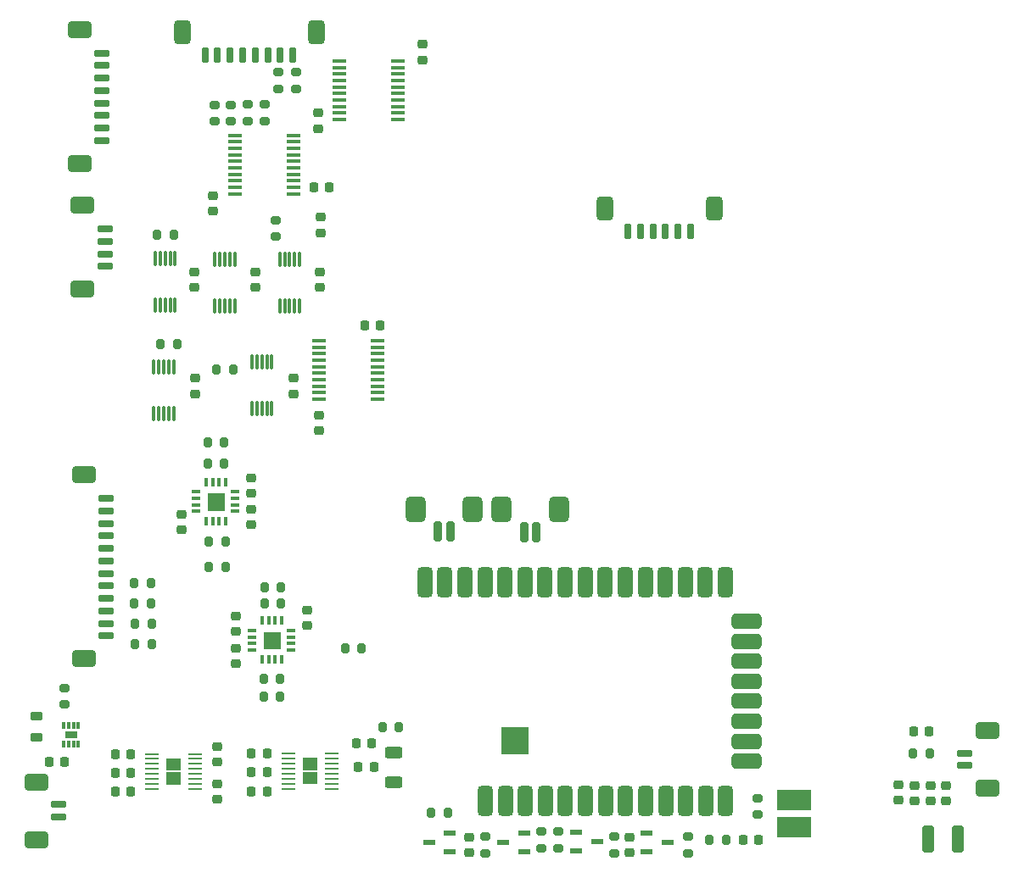
<source format=gbr>
%TF.GenerationSoftware,KiCad,Pcbnew,7.0.6*%
%TF.CreationDate,2024-05-03T22:58:32-04:00*%
%TF.ProjectId,mainbox_baclup,6d61696e-626f-4785-9f62-61636c75702e,rev?*%
%TF.SameCoordinates,Original*%
%TF.FileFunction,Paste,Top*%
%TF.FilePolarity,Positive*%
%FSLAX46Y46*%
G04 Gerber Fmt 4.6, Leading zero omitted, Abs format (unit mm)*
G04 Created by KiCad (PCBNEW 7.0.6) date 2024-05-03 22:58:32*
%MOMM*%
%LPD*%
G01*
G04 APERTURE LIST*
G04 Aperture macros list*
%AMRoundRect*
0 Rectangle with rounded corners*
0 $1 Rounding radius*
0 $2 $3 $4 $5 $6 $7 $8 $9 X,Y pos of 4 corners*
0 Add a 4 corners polygon primitive as box body*
4,1,4,$2,$3,$4,$5,$6,$7,$8,$9,$2,$3,0*
0 Add four circle primitives for the rounded corners*
1,1,$1+$1,$2,$3*
1,1,$1+$1,$4,$5*
1,1,$1+$1,$6,$7*
1,1,$1+$1,$8,$9*
0 Add four rect primitives between the rounded corners*
20,1,$1+$1,$2,$3,$4,$5,0*
20,1,$1+$1,$4,$5,$6,$7,0*
20,1,$1+$1,$6,$7,$8,$9,0*
20,1,$1+$1,$8,$9,$2,$3,0*%
G04 Aperture macros list end*
%ADD10C,0.010000*%
%ADD11RoundRect,0.425000X0.775000X-0.425000X0.775000X0.425000X-0.775000X0.425000X-0.775000X-0.425000X0*%
%ADD12RoundRect,0.150000X0.650000X-0.150000X0.650000X0.150000X-0.650000X0.150000X-0.650000X-0.150000X0*%
%ADD13RoundRect,0.200000X0.200000X0.275000X-0.200000X0.275000X-0.200000X-0.275000X0.200000X-0.275000X0*%
%ADD14RoundRect,0.200000X-0.275000X0.200000X-0.275000X-0.200000X0.275000X-0.200000X0.275000X0.200000X0*%
%ADD15RoundRect,0.200000X-0.200000X-0.275000X0.200000X-0.275000X0.200000X0.275000X-0.200000X0.275000X0*%
%ADD16R,1.250000X0.600000*%
%ADD17RoundRect,0.225000X-0.250000X0.225000X-0.250000X-0.225000X0.250000X-0.225000X0.250000X0.225000X0*%
%ADD18RoundRect,0.200000X0.275000X-0.200000X0.275000X0.200000X-0.275000X0.200000X-0.275000X-0.200000X0*%
%ADD19O,0.299999X1.549999*%
%ADD20RoundRect,0.225000X0.250000X-0.225000X0.250000X0.225000X-0.250000X0.225000X-0.250000X-0.225000X0*%
%ADD21RoundRect,0.218750X-0.218750X-0.256250X0.218750X-0.256250X0.218750X0.256250X-0.218750X0.256250X0*%
%ADD22RoundRect,0.500000X-0.500000X-0.800000X0.500000X-0.800000X0.500000X0.800000X-0.500000X0.800000X0*%
%ADD23RoundRect,0.200000X-0.200000X-0.800000X0.200000X-0.800000X0.200000X0.800000X-0.200000X0.800000X0*%
%ADD24RoundRect,0.380000X0.380000X-1.120000X0.380000X1.120000X-0.380000X1.120000X-0.380000X-1.120000X0*%
%ADD25RoundRect,0.380000X1.120000X0.380000X-1.120000X0.380000X-1.120000X-0.380000X1.120000X-0.380000X0*%
%ADD26RoundRect,0.100000X1.295000X-1.295000X1.295000X1.295000X-1.295000X1.295000X-1.295000X-1.295000X0*%
%ADD27RoundRect,0.225000X0.225000X0.250000X-0.225000X0.250000X-0.225000X-0.250000X0.225000X-0.250000X0*%
%ADD28RoundRect,0.425000X-0.425000X-0.775000X0.425000X-0.775000X0.425000X0.775000X-0.425000X0.775000X0*%
%ADD29RoundRect,0.150000X-0.150000X-0.650000X0.150000X-0.650000X0.150000X0.650000X-0.150000X0.650000X0*%
%ADD30R,1.397000X0.279400*%
%ADD31RoundRect,0.218750X0.218750X0.256250X-0.218750X0.256250X-0.218750X-0.256250X0.218750X-0.256250X0*%
%ADD32RoundRect,0.250000X-0.625000X0.312500X-0.625000X-0.312500X0.625000X-0.312500X0.625000X0.312500X0*%
%ADD33RoundRect,0.012800X-0.147200X0.407200X-0.147200X-0.407200X0.147200X-0.407200X0.147200X0.407200X0*%
%ADD34RoundRect,0.012800X-0.407200X-0.147200X0.407200X-0.147200X0.407200X0.147200X-0.407200X0.147200X0*%
%ADD35R,1.475000X0.450000*%
%ADD36RoundRect,0.225000X-0.225000X-0.250000X0.225000X-0.250000X0.225000X0.250000X-0.225000X0.250000X0*%
%ADD37R,3.500000X2.000000*%
%ADD38R,0.300000X0.800000*%
%ADD39R,1.300000X0.700000*%
%ADD40RoundRect,0.250000X-0.325000X-1.100000X0.325000X-1.100000X0.325000X1.100000X-0.325000X1.100000X0*%
%ADD41RoundRect,0.012800X0.147200X-0.407200X0.147200X0.407200X-0.147200X0.407200X-0.147200X-0.407200X0*%
%ADD42RoundRect,0.012800X0.407200X0.147200X-0.407200X0.147200X-0.407200X-0.147200X0.407200X-0.147200X0*%
%ADD43RoundRect,0.218750X0.381250X-0.218750X0.381250X0.218750X-0.381250X0.218750X-0.381250X-0.218750X0*%
%ADD44RoundRect,0.425000X-0.775000X0.425000X-0.775000X-0.425000X0.775000X-0.425000X0.775000X0.425000X0*%
%ADD45RoundRect,0.150000X-0.650000X0.150000X-0.650000X-0.150000X0.650000X-0.150000X0.650000X0.150000X0*%
G04 APERTURE END LIST*
%TO.C,U3*%
G36*
X154649500Y-124106000D02*
G01*
X153198500Y-124106000D01*
X153198500Y-122883600D01*
X154649500Y-122883600D01*
X154649500Y-124106000D01*
G37*
G36*
X154649500Y-125528400D02*
G01*
X153198500Y-125528400D01*
X153198500Y-124306000D01*
X154649500Y-124306000D01*
X154649500Y-125528400D01*
G37*
%TO.C,U6*%
D10*
X150934000Y-111945000D02*
X149294000Y-111945000D01*
X149294000Y-110305000D01*
X150934000Y-110305000D01*
X150934000Y-111945000D01*
G36*
X150934000Y-111945000D02*
G01*
X149294000Y-111945000D01*
X149294000Y-110305000D01*
X150934000Y-110305000D01*
X150934000Y-111945000D01*
G37*
%TO.C,U1*%
X145346000Y-98102000D02*
X143706000Y-98102000D01*
X143706000Y-96462000D01*
X145346000Y-96462000D01*
X145346000Y-98102000D01*
G36*
X145346000Y-98102000D02*
G01*
X143706000Y-98102000D01*
X143706000Y-96462000D01*
X145346000Y-96462000D01*
X145346000Y-98102000D01*
G37*
%TO.C,U8*%
G36*
X141035100Y-124133998D02*
G01*
X139584100Y-124133998D01*
X139584100Y-122911598D01*
X141035100Y-122911598D01*
X141035100Y-124133998D01*
G37*
G36*
X141035100Y-125556398D02*
G01*
X139584100Y-125556398D01*
X139584100Y-124333998D01*
X141035100Y-124333998D01*
X141035100Y-125556398D01*
G37*
%TD*%
D11*
%TO.C,J7*%
X130907500Y-63478500D03*
X130907500Y-50128500D03*
D12*
X133157500Y-52478500D03*
X133157500Y-53728500D03*
X133157500Y-54978500D03*
X133157500Y-56228500D03*
X133157500Y-57478500D03*
X133157500Y-58728500D03*
X133157500Y-59978500D03*
X133157500Y-61228500D03*
%TD*%
D13*
%TO.C,R27*%
X151026000Y-107483000D03*
X149376000Y-107483000D03*
%TD*%
D14*
%TO.C,R18*%
X198628000Y-126898400D03*
X198628000Y-128548400D03*
%TD*%
D15*
%TO.C,R26*%
X136399000Y-105417000D03*
X138049000Y-105417000D03*
%TD*%
D16*
%TO.C,IC4*%
X175294000Y-132273000D03*
X175294000Y-130363000D03*
X173194000Y-131318000D03*
%TD*%
D17*
%TO.C,C34*%
X146518000Y-111928000D03*
X146518000Y-113478000D03*
%TD*%
D15*
%TO.C,R5*%
X149290000Y-116754000D03*
X150940000Y-116754000D03*
%TD*%
D13*
%TO.C,R1*%
X145351000Y-93513000D03*
X143701000Y-93513000D03*
%TD*%
D18*
%TO.C,R30*%
X146050000Y-59295800D03*
X146050000Y-57645800D03*
%TD*%
D15*
%TO.C,R21*%
X143828000Y-101260000D03*
X145478000Y-101260000D03*
%TD*%
D17*
%TO.C,C8*%
X169799000Y-130797000D03*
X169799000Y-132347000D03*
%TD*%
D19*
%TO.C,U2*%
X138318999Y-88519000D03*
X138818998Y-88519000D03*
X139319000Y-88519000D03*
X139818999Y-88519000D03*
X140319001Y-88519000D03*
X140319001Y-83868999D03*
X139818999Y-83868999D03*
X139319000Y-83868999D03*
X138818998Y-83868999D03*
X138318999Y-83868999D03*
%TD*%
D13*
%TO.C,R34*%
X146226800Y-84124800D03*
X144576800Y-84124800D03*
%TD*%
D11*
%TO.C,J20*%
X131354000Y-112961000D03*
X131354000Y-94611000D03*
D12*
X133604000Y-96961000D03*
X133604000Y-98211000D03*
X133604000Y-99461000D03*
X133604000Y-100711000D03*
X133604000Y-101961000D03*
X133604000Y-103211000D03*
X133604000Y-104461000D03*
X133604000Y-105711000D03*
X133604000Y-106961000D03*
X133604000Y-108211000D03*
X133604000Y-109461000D03*
X133604000Y-110711000D03*
%TD*%
D15*
%TO.C,R10*%
X166024000Y-128397000D03*
X167674000Y-128397000D03*
%TD*%
D20*
%TO.C,C35*%
X153630000Y-109655000D03*
X153630000Y-108105000D03*
%TD*%
%TO.C,C36*%
X146518000Y-110290000D03*
X146518000Y-108740000D03*
%TD*%
D15*
%TO.C,R17*%
X161125400Y-119786400D03*
X162775400Y-119786400D03*
%TD*%
%TO.C,R23*%
X136399000Y-107449000D03*
X138049000Y-107449000D03*
%TD*%
D21*
%TO.C,D2*%
X214147300Y-120243600D03*
X215722300Y-120243600D03*
%TD*%
D19*
%TO.C,U7*%
X148113998Y-88011000D03*
X148613997Y-88011000D03*
X149113999Y-88011000D03*
X149613998Y-88011000D03*
X150114000Y-88011000D03*
X150114000Y-83360999D03*
X149613998Y-83360999D03*
X149113999Y-83360999D03*
X148613997Y-83360999D03*
X148113998Y-83360999D03*
%TD*%
D14*
%TO.C,R8*%
X171450000Y-130747000D03*
X171450000Y-132397000D03*
%TD*%
%TO.C,R3*%
X150520400Y-69165200D03*
X150520400Y-70815200D03*
%TD*%
D20*
%TO.C,C40*%
X165150800Y-53149800D03*
X165150800Y-51599800D03*
%TD*%
D22*
%TO.C,J12*%
X173030000Y-98080000D03*
X178780000Y-98080000D03*
D23*
X176530000Y-100330000D03*
X175280000Y-100330000D03*
%TD*%
D24*
%TO.C,IC8*%
X171404000Y-127184000D03*
X173404000Y-127184000D03*
X175404000Y-127184000D03*
X177404000Y-127184000D03*
X179404000Y-127184000D03*
X181404000Y-127184000D03*
X183404000Y-127184000D03*
X185404000Y-127184000D03*
X187404000Y-127184000D03*
X189404000Y-127184000D03*
X191404000Y-127184000D03*
X193404000Y-127184000D03*
X195404000Y-127184000D03*
D25*
X197484000Y-123224000D03*
X197484000Y-121224000D03*
X197484000Y-119224000D03*
X197484000Y-117224000D03*
X197484000Y-115224000D03*
X197484000Y-113224000D03*
X197484000Y-111224000D03*
X197484000Y-109224000D03*
D24*
X195374000Y-105324000D03*
X193374000Y-105324000D03*
X191374000Y-105324000D03*
X189374000Y-105324000D03*
X187374000Y-105324000D03*
X185374000Y-105324000D03*
X183374000Y-105324000D03*
X181374000Y-105324000D03*
X179374000Y-105324000D03*
X177374000Y-105324000D03*
X175374000Y-105324000D03*
X173374000Y-105324000D03*
X171374000Y-105324000D03*
X169374000Y-105324000D03*
X167374000Y-105324000D03*
X165374000Y-105324000D03*
D26*
X174369000Y-121129000D03*
%TD*%
D18*
%TO.C,R31*%
X147726400Y-59257200D03*
X147726400Y-57607200D03*
%TD*%
D27*
%TO.C,C43*%
X136030000Y-122555000D03*
X134480000Y-122555000D03*
%TD*%
%TO.C,C39*%
X149619000Y-124314000D03*
X148069000Y-124314000D03*
%TD*%
D20*
%TO.C,C25*%
X214223600Y-127178400D03*
X214223600Y-125628400D03*
%TD*%
D27*
%TO.C,C9*%
X160947400Y-79705200D03*
X159397400Y-79705200D03*
%TD*%
D13*
%TO.C,R12*%
X215773000Y-122428000D03*
X214123000Y-122428000D03*
%TD*%
%TO.C,R20*%
X145351000Y-91379400D03*
X143701000Y-91379400D03*
%TD*%
D16*
%TO.C,IC5*%
X167894000Y-132273000D03*
X167894000Y-130363000D03*
X165794000Y-131318000D03*
%TD*%
D20*
%TO.C,C28*%
X148082000Y-96460000D03*
X148082000Y-94910000D03*
%TD*%
D17*
%TO.C,C46*%
X144653000Y-125463000D03*
X144653000Y-127013000D03*
%TD*%
D28*
%TO.C,J15*%
X183384500Y-68042500D03*
X194234500Y-68042500D03*
D29*
X191884500Y-70292500D03*
X190634500Y-70292500D03*
X189384500Y-70292500D03*
X188134500Y-70292500D03*
X186884500Y-70292500D03*
X185634500Y-70292500D03*
%TD*%
D14*
%TO.C,R14*%
X178689000Y-130239000D03*
X178689000Y-131889000D03*
%TD*%
D19*
%TO.C,U4*%
X138461998Y-77675001D03*
X138961997Y-77675001D03*
X139461999Y-77675001D03*
X139961998Y-77675001D03*
X140462000Y-77675001D03*
X140462000Y-73025000D03*
X139961998Y-73025000D03*
X139461999Y-73025000D03*
X138961997Y-73025000D03*
X138461998Y-73025000D03*
%TD*%
D15*
%TO.C,R2*%
X143828000Y-103800000D03*
X145478000Y-103800000D03*
%TD*%
D28*
%TO.C,J10*%
X141194700Y-50414900D03*
X154544700Y-50414900D03*
D29*
X152194700Y-52664900D03*
X150944700Y-52664900D03*
X149694700Y-52664900D03*
X148444700Y-52664900D03*
X147194700Y-52664900D03*
X145944700Y-52664900D03*
X144694700Y-52664900D03*
X143444700Y-52664900D03*
%TD*%
D30*
%TO.C,U3*%
X151739600Y-122455998D03*
X151739600Y-122956000D03*
X151739600Y-123455999D03*
X151739600Y-123956000D03*
X151739600Y-124456000D03*
X151739600Y-124955998D03*
X151739600Y-125456000D03*
X151739600Y-125955999D03*
X156108400Y-125956002D03*
X156108400Y-125456000D03*
X156108400Y-124956001D03*
X156108400Y-124456000D03*
X156108400Y-123956000D03*
X156108400Y-123456002D03*
X156108400Y-122956000D03*
X156108400Y-122456001D03*
%TD*%
D31*
%TO.C,D4*%
X198704300Y-131064000D03*
X197129300Y-131064000D03*
%TD*%
D32*
%TO.C,R11*%
X162255200Y-122387900D03*
X162255200Y-125312900D03*
%TD*%
D14*
%TO.C,R9*%
X177038000Y-130239000D03*
X177038000Y-131889000D03*
%TD*%
D15*
%TO.C,R22*%
X149313000Y-114976000D03*
X150963000Y-114976000D03*
%TD*%
D18*
%TO.C,R32*%
X149402800Y-59245000D03*
X149402800Y-57595000D03*
%TD*%
D20*
%TO.C,C47*%
X144653000Y-123330000D03*
X144653000Y-121780000D03*
%TD*%
D16*
%TO.C,IC6*%
X180467000Y-130297000D03*
X180467000Y-132207000D03*
X182567000Y-131252000D03*
%TD*%
D27*
%TO.C,C44*%
X136030000Y-124388996D03*
X134480000Y-124388996D03*
%TD*%
D33*
%TO.C,U6*%
X151089000Y-109180000D03*
X150439000Y-109180000D03*
X149789000Y-109180000D03*
X149139000Y-109180000D03*
D34*
X148169000Y-110150000D03*
X148169000Y-110800000D03*
X148169000Y-111450000D03*
X148169000Y-112100000D03*
D33*
X149139000Y-113070000D03*
X149789000Y-113070000D03*
X150439000Y-113070000D03*
X151089000Y-113070000D03*
D34*
X152059000Y-112100000D03*
X152059000Y-111450000D03*
X152059000Y-110800000D03*
X152059000Y-110150000D03*
%TD*%
D17*
%TO.C,C51*%
X154736800Y-58457800D03*
X154736800Y-60007800D03*
%TD*%
D20*
%TO.C,C6*%
X154940000Y-75908200D03*
X154940000Y-74358200D03*
%TD*%
%TO.C,C29*%
X217389400Y-127178400D03*
X217389400Y-125628400D03*
%TD*%
D17*
%TO.C,C32*%
X148082000Y-98072000D03*
X148082000Y-99622000D03*
%TD*%
D35*
%TO.C,IC9*%
X160672000Y-87049800D03*
X160672000Y-86399800D03*
X160672000Y-85749800D03*
X160672000Y-85099800D03*
X160672000Y-84449800D03*
X160672000Y-83799800D03*
X160672000Y-83149800D03*
X160672000Y-82499800D03*
X160672000Y-81849800D03*
X160672000Y-81199800D03*
X154796000Y-81199800D03*
X154796000Y-81849800D03*
X154796000Y-82499800D03*
X154796000Y-83149800D03*
X154796000Y-83799800D03*
X154796000Y-84449800D03*
X154796000Y-85099800D03*
X154796000Y-85749800D03*
X154796000Y-86399800D03*
X154796000Y-87049800D03*
%TD*%
D20*
%TO.C,C27*%
X215849200Y-127178400D03*
X215849200Y-125628400D03*
%TD*%
D11*
%TO.C,J21*%
X126614900Y-131056700D03*
X126614900Y-125306700D03*
D12*
X128864900Y-127556700D03*
X128864900Y-128806700D03*
%TD*%
D36*
%TO.C,C63*%
X127876000Y-123317000D03*
X129426000Y-123317000D03*
%TD*%
D27*
%TO.C,C42*%
X149619000Y-126238000D03*
X148069000Y-126238000D03*
%TD*%
D19*
%TO.C,U10*%
X150891999Y-77762999D03*
X151391998Y-77762999D03*
X151892000Y-77762999D03*
X152391999Y-77762999D03*
X152892001Y-77762999D03*
X152892001Y-73112998D03*
X152391999Y-73112998D03*
X151892000Y-73112998D03*
X151391998Y-73112998D03*
X150891999Y-73112998D03*
%TD*%
D14*
%TO.C,R37*%
X152501600Y-54394600D03*
X152501600Y-56044600D03*
%TD*%
D17*
%TO.C,C30*%
X141097000Y-98580000D03*
X141097000Y-100130000D03*
%TD*%
D36*
%TO.C,C41*%
X158737000Y-123825000D03*
X160287000Y-123825000D03*
%TD*%
D37*
%TO.C,L2*%
X202234800Y-129823200D03*
X202234800Y-127123200D03*
%TD*%
D17*
%TO.C,C37*%
X144272000Y-66700400D03*
X144272000Y-68250400D03*
%TD*%
D13*
%TO.C,R28*%
X151027000Y-105832000D03*
X149377000Y-105832000D03*
%TD*%
D21*
%TO.C,D3*%
X158521300Y-121412000D03*
X160096300Y-121412000D03*
%TD*%
D13*
%TO.C,R25*%
X138112000Y-109481000D03*
X136462000Y-109481000D03*
%TD*%
%TO.C,R19*%
X195439800Y-131064000D03*
X193789800Y-131064000D03*
%TD*%
D38*
%TO.C,IC3*%
X129310000Y-121534000D03*
X129810000Y-121534000D03*
X130310000Y-121534000D03*
X130810000Y-121534000D03*
X130810000Y-119634000D03*
X130310000Y-119634000D03*
X129810000Y-119634000D03*
X129310000Y-119634000D03*
D39*
X130060000Y-120584000D03*
%TD*%
D18*
%TO.C,R7*%
X129413000Y-117538000D03*
X129413000Y-115888000D03*
%TD*%
D40*
%TO.C,C3*%
X215593400Y-130962400D03*
X218543400Y-130962400D03*
%TD*%
D16*
%TO.C,IC7*%
X187511000Y-130363000D03*
X187511000Y-132273000D03*
X189611000Y-131318000D03*
%TD*%
D18*
%TO.C,R29*%
X144373600Y-59295800D03*
X144373600Y-57645800D03*
%TD*%
%TO.C,R15*%
X191643000Y-132397000D03*
X191643000Y-130747000D03*
%TD*%
D15*
%TO.C,R33*%
X139015200Y-81584800D03*
X140665200Y-81584800D03*
%TD*%
D11*
%TO.C,J1*%
X131191000Y-76041000D03*
X131191000Y-67691000D03*
D12*
X133441000Y-70041000D03*
X133441000Y-71291000D03*
X133441000Y-72541000D03*
X133441000Y-73791000D03*
%TD*%
D20*
%TO.C,C1*%
X142494000Y-86525400D03*
X142494000Y-84975400D03*
%TD*%
D27*
%TO.C,C38*%
X149619000Y-122428000D03*
X148069000Y-122428000D03*
%TD*%
D20*
%TO.C,C2*%
X152298400Y-86525400D03*
X152298400Y-84975400D03*
%TD*%
D17*
%TO.C,C7*%
X154787600Y-88620000D03*
X154787600Y-90170000D03*
%TD*%
D41*
%TO.C,U1*%
X143551000Y-99227000D03*
X144201000Y-99227000D03*
X144851000Y-99227000D03*
X145501000Y-99227000D03*
D42*
X146471000Y-98257000D03*
X146471000Y-97607000D03*
X146471000Y-96957000D03*
X146471000Y-96307000D03*
D41*
X145501000Y-95337000D03*
X144851000Y-95337000D03*
X144201000Y-95337000D03*
X143551000Y-95337000D03*
D42*
X142581000Y-96307000D03*
X142581000Y-96957000D03*
X142581000Y-97607000D03*
X142581000Y-98257000D03*
%TD*%
D20*
%TO.C,C4*%
X142392400Y-75908200D03*
X142392400Y-74358200D03*
%TD*%
D35*
%TO.C,IC1*%
X162704000Y-59109800D03*
X162704000Y-58459800D03*
X162704000Y-57809800D03*
X162704000Y-57159800D03*
X162704000Y-56509800D03*
X162704000Y-55859800D03*
X162704000Y-55209800D03*
X162704000Y-54559800D03*
X162704000Y-53909800D03*
X162704000Y-53259800D03*
X156828000Y-53259800D03*
X156828000Y-53909800D03*
X156828000Y-54559800D03*
X156828000Y-55209800D03*
X156828000Y-55859800D03*
X156828000Y-56509800D03*
X156828000Y-57159800D03*
X156828000Y-57809800D03*
X156828000Y-58459800D03*
X156828000Y-59109800D03*
%TD*%
D27*
%TO.C,C45*%
X136030000Y-126238000D03*
X134480000Y-126238000D03*
%TD*%
D20*
%TO.C,C10*%
X185801000Y-132347000D03*
X185801000Y-130797000D03*
%TD*%
D14*
%TO.C,R38*%
X150774400Y-54394600D03*
X150774400Y-56044600D03*
%TD*%
D20*
%TO.C,C5*%
X148488400Y-75908200D03*
X148488400Y-74358200D03*
%TD*%
D36*
%TO.C,C15*%
X154292000Y-65913000D03*
X155842000Y-65913000D03*
%TD*%
D35*
%TO.C,IC2*%
X152273000Y-66548000D03*
X152273000Y-65898000D03*
X152273000Y-65248000D03*
X152273000Y-64598000D03*
X152273000Y-63948000D03*
X152273000Y-63298000D03*
X152273000Y-62648000D03*
X152273000Y-61998000D03*
X152273000Y-61348000D03*
X152273000Y-60698000D03*
X146397000Y-60698000D03*
X146397000Y-61348000D03*
X146397000Y-61998000D03*
X146397000Y-62648000D03*
X146397000Y-63298000D03*
X146397000Y-63948000D03*
X146397000Y-64598000D03*
X146397000Y-65248000D03*
X146397000Y-65898000D03*
X146397000Y-66548000D03*
%TD*%
D43*
%TO.C,L1*%
X126619000Y-120823500D03*
X126619000Y-118698500D03*
%TD*%
D18*
%TO.C,R13*%
X184277000Y-132397000D03*
X184277000Y-130747000D03*
%TD*%
D15*
%TO.C,R16*%
X157417000Y-111963200D03*
X159067000Y-111963200D03*
%TD*%
D44*
%TO.C,J3*%
X221517500Y-120149300D03*
X221517500Y-125899300D03*
D45*
X219267500Y-123649300D03*
X219267500Y-122399300D03*
%TD*%
D22*
%TO.C,J13*%
X164430000Y-98044000D03*
X170180000Y-98044000D03*
D23*
X167930000Y-100294000D03*
X166680000Y-100294000D03*
%TD*%
D20*
%TO.C,C17*%
X212648800Y-127127600D03*
X212648800Y-125577600D03*
%TD*%
D13*
%TO.C,R36*%
X140334000Y-70612000D03*
X138684000Y-70612000D03*
%TD*%
D30*
%TO.C,U8*%
X138125200Y-122483996D03*
X138125200Y-122983998D03*
X138125200Y-123483997D03*
X138125200Y-123983998D03*
X138125200Y-124483998D03*
X138125200Y-124983996D03*
X138125200Y-125483998D03*
X138125200Y-125983997D03*
X142494000Y-125984000D03*
X142494000Y-125483998D03*
X142494000Y-124983999D03*
X142494000Y-124483998D03*
X142494000Y-123983998D03*
X142494000Y-123484000D03*
X142494000Y-122983998D03*
X142494000Y-122483999D03*
%TD*%
D17*
%TO.C,C26*%
X154990800Y-68871800D03*
X154990800Y-70421800D03*
%TD*%
D15*
%TO.C,R24*%
X136462000Y-111513000D03*
X138112000Y-111513000D03*
%TD*%
D19*
%TO.C,U9*%
X144414999Y-77724000D03*
X144914998Y-77724000D03*
X145415000Y-77724000D03*
X145914999Y-77724000D03*
X146415001Y-77724000D03*
X146415001Y-73073999D03*
X145914999Y-73073999D03*
X145415000Y-73073999D03*
X144914998Y-73073999D03*
X144414999Y-73073999D03*
%TD*%
M02*

</source>
